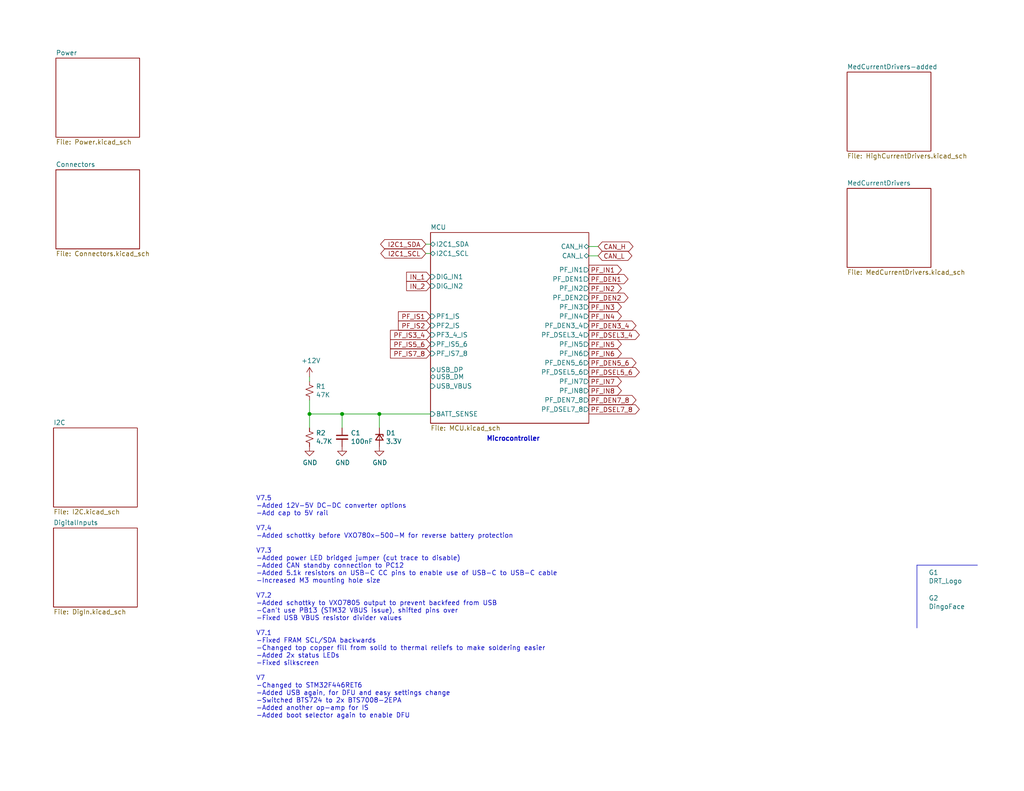
<source format=kicad_sch>
(kicad_sch (version 20250114) (generator "eeschema") (generator_version "9.0")
  (paper "USLetter")
  (title_block (title "dingoPDM") (date "2025-06-16") (rev "v7.5") (comment 3 "github.com/corygrant") (comment 4 "Cory Grant"))
  (lib_symbols
    (symbol "DRT_Logo:DRT_Logo" (pin_names (offset 1.016))
      (property "Reference" "G" (at 0 2.54 0))
      (property "Value" "DRT_Logo" (at 0 0 0))
    )
    (symbol "Device:C_Small" (pin_numbers (hide yes)) (pin_names (offset 0.254) (hide yes))
      (property "Reference" "C" (at 0.254 1.778 0))
      (property "Value" "C_Small" (at 0.254 -2.032 0))
      (symbol "C_Small_0_1"
        (polyline (pts (xy -1.524 0.508) (xy 1.524 0.508)) (stroke (width 0.3048)))
        (polyline (pts (xy -1.524 -0.508) (xy 1.524 -0.508)) (stroke (width 0.3302)))
      )
      (symbol "C_Small_1_1"
        (pin passive line (at 0 2.54 270) (length 2.032) (name "~") (number "1"))
        (pin passive line (at 0 -2.54 90) (length 2.032) (name "~") (number "2"))
      )
    )
    (symbol "Device:D_Zener_Small" (pin_numbers (hide yes)) (pin_names (offset 0.254) (hide yes))
      (property "Reference" "D" (at 0 2.286 0))
      (property "Value" "D_Zener_Small" (at 0 -2.286 0))
      (symbol "D_Zener_Small_0_1"
        (polyline (pts (xy -0.254 1.016) (xy -0.762 1.016) (xy -0.762 -1.016)) (stroke (width 0.254)))
        (polyline (pts (xy 0.762 1.016) (xy -0.762 0) (xy 0.762 -1.016) (xy 0.762 1.016)) (stroke (width 0.254)))
        (polyline (pts (xy 0.762 0) (xy -0.762 0)))
      )
      (symbol "D_Zener_Small_1_1"
        (pin passive line (at -2.54 0 0) (length 1.778) (name "K") (number "1"))
        (pin passive line (at 2.54 0 180) (length 1.778) (name "A") (number "2"))
      )
    )
    (symbol "Device:R_Small_US" (pin_numbers (hide yes)) (pin_names (offset 0.254) (hide yes))
      (property "Reference" "R" (at 0.762 0.508 0))
      (property "Value" "R_Small_US" (at 0.762 -1.016 0))
      (symbol "R_Small_US_1_1"
        (polyline (pts (xy 0 1.524) (xy 1.016 1.143) (xy 0 0.762) (xy -1.016 0.381) (xy 0 0)))
        (polyline (pts (xy 0 0) (xy 1.016 -0.381) (xy 0 -0.762) (xy -1.016 -1.143) (xy 0 -1.524)))
        (pin passive line (at 0 2.54 270) (length 1.016) (name "~") (number "1"))
        (pin passive line (at 0 -2.54 90) (length 1.016) (name "~") (number "2"))
      )
    )
    (symbol "power:+12V" (power) (pin_names (offset 0))
      (property "Value" "+12V" (at 0 3.556 0))
      (symbol "+12V_0_1"
        (polyline (pts (xy -0.762 1.27) (xy 0 2.54)))
        (polyline (pts (xy 0 2.54) (xy 0.762 1.27)))
        (polyline (pts (xy 0 0) (xy 0 2.54)))
      )
      (symbol "+12V_1_1"
        (pin power_in line (at 0 0 90) (length 0) (hide yes) (name "+12V") (number "1"))
      )
    )
    (symbol "power:GND" (power) (pin_names (offset 0))
      (property "Value" "GND" (at 0 -3.81 0))
      (symbol "GND_0_1"
        (polyline (pts (xy 0 0) (xy 0 -1.27) (xy 1.27 -1.27) (xy 0 -2.54) (xy -1.27 -1.27) (xy 0 -1.27)))
      )
      (symbol "GND_1_1"
        (pin power_in line (at 0 0 270) (length 0) (hide yes) (name "GND") (number "1"))
      )
    )
  )
  (text "Microcontroller" (at 132.715 120.65 0) (effects (font (size 1.27 1.27) (thickness 0.254) (bold yes)) (justify left bottom)))
  (text "V7.5 \n-Added 12V-5V DC-DC converter options\n-Add cap to 5V rail\n\nV7.4\n-Added schottky before VXO780x-500-M for reverse battery protection\n\nV7.3\n-Added power LED bridged jumper (cut trace to disable)\n-Added CAN standby connection to PC12\n-Added 5.1k resistors on USB-C CC pins to enable use of USB-C to USB-C cable\n-Increased M3 mounting hole size\n\nV7.2\n-Added schottky to VXO7805 output to prevent backfeed from USB\n-Can't use PB13 (STM32 VBUS issue), shifted pins over\n-Fixed USB VBUS resistor divider values\n\nV7.1\n-Fixed FRAM SCL/SDA backwards\n-Changed top copper fill from solid to thermal reliefs to make soldering easier\n-Added 2x status LEDs\n-Fixed silkscreen\n\nV7\n-Changed to STM32F446RET6\n-Added USB again, for DFU and easy settings change\n-Switched BTS724 to 2x BTS7008-2EPA\n-Added another op-amp for IS\n-Added boot selector again to enable DFU\n" (at 69.85 196.215 0) (effects (font (size 1.27 1.27)) (justify left bottom)))
  (junction (at 93.345 113.03))
  (junction (at 103.505 113.03))
  (junction (at 84.455 113.03))
  (wire (pts (xy 84.455 113.03) (xy 84.455 109.22)))
  (wire (pts (xy 84.455 102.87) (xy 84.455 104.14)))
  (wire (pts (xy 84.455 113.03) (xy 84.455 116.84)))
  (wire (pts (xy 93.345 113.03) (xy 84.455 113.03)))
  (wire (pts (xy 116.205 69.215) (xy 117.475 69.215)))
  (wire (pts (xy 93.345 116.84) (xy 93.345 113.03)))
  (wire (pts (xy 163.195 67.31) (xy 160.655 67.31)))
  (wire (pts (xy 103.505 116.84) (xy 103.505 113.03)))
  (polyline (pts (xy 250.19 154.305) (xy 266.7 154.305)))
  (wire (pts (xy 116.205 66.675) (xy 117.475 66.675)))
  (wire (pts (xy 117.475 113.03) (xy 103.505 113.03)))
  (polyline (pts (xy 250.19 171.45) (xy 250.19 154.305)))
  (wire (pts (xy 163.195 69.85) (xy 160.655 69.85)))
  (wire (pts (xy 103.505 113.03) (xy 93.345 113.03)))
  (global_label "PF_DEN5_6" (shape output) (at 160.655 99.06 0) (property "Intersheetrefs" "${INTERSHEET_REFS}" (effects (hide yes))))
  (global_label "PF_IN7" (shape output) (at 160.655 104.14 0) (property "Intersheetrefs" "${INTERSHEET_REFS}" (effects (hide yes))))
  (global_label "PF_IN3" (shape output) (at 160.655 83.82 0) (property "Intersheetrefs" "${INTERSHEET_REFS}" (effects (hide yes))))
  (global_label "PF_IN8" (shape output) (at 160.655 106.68 0) (property "Intersheetrefs" "${INTERSHEET_REFS}" (effects (hide yes))))
  (global_label "PF_DEN2" (shape output) (at 160.655 81.28 0) (property "Intersheetrefs" "${INTERSHEET_REFS}" (effects (hide yes))))
  (global_label "CAN_H" (shape bidirectional) (at 163.195 67.31 0) (property "Intersheetrefs" "${INTERSHEET_REFS}" (effects (hide yes))))
  (global_label "PF_IN5" (shape output) (at 160.655 93.98 0) (property "Intersheetrefs" "${INTERSHEET_REFS}" (effects (hide yes))))
  (global_label "PF_DSEL3_4" (shape output) (at 160.655 91.44 0) (property "Intersheetrefs" "${INTERSHEET_REFS}" (effects (hide yes))))
  (global_label "PF_DEN3_4" (shape output) (at 160.655 88.9 0) (property "Intersheetrefs" "${INTERSHEET_REFS}" (effects (hide yes))))
  (global_label "I2C1_SCL" (shape bidirectional) (at 116.205 69.215 180) (property "Intersheetrefs" "${INTERSHEET_REFS}" (effects (hide yes))))
  (global_label "PF_IS1" (shape input) (at 117.475 86.36 180) (property "Intersheetrefs" "${INTERSHEET_REFS}" (effects (hide yes))))
  (global_label "PF_IS5_6" (shape input) (at 117.475 93.98 180) (property "Intersheetrefs" "${INTERSHEET_REFS}" (effects (hide yes))))
  (global_label "PF_DEN1" (shape output) (at 160.655 76.2 0) (property "Intersheetrefs" "${INTERSHEET_REFS}" (effects (hide yes))))
  (global_label "PF_IS7_8" (shape input) (at 117.475 96.52 180) (property "Intersheetrefs" "${INTERSHEET_REFS}" (effects (hide yes))))
  (global_label "IN_1" (shape input) (at 117.475 75.565 180) (property "Intersheetrefs" "${INTERSHEET_REFS}" (effects (hide yes))))
  (global_label "IN_2" (shape input) (at 117.475 78.105 180) (property "Intersheetrefs" "${INTERSHEET_REFS}" (effects (hide yes))))
  (global_label "PF_DSEL5_6" (shape output) (at 160.655 101.6 0) (property "Intersheetrefs" "${INTERSHEET_REFS}" (effects (hide yes))))
  (global_label "I2C1_SDA" (shape bidirectional) (at 116.205 66.675 180) (property "Intersheetrefs" "${INTERSHEET_REFS}" (effects (hide yes))))
  (global_label "PF_IN4" (shape output) (at 160.655 86.36 0) (property "Intersheetrefs" "${INTERSHEET_REFS}" (effects (hide yes))))
  (global_label "PF_IS2" (shape input) (at 117.475 88.9 180) (property "Intersheetrefs" "${INTERSHEET_REFS}" (effects (hide yes))))
  (global_label "PF_IN1" (shape output) (at 160.655 73.66 0) (property "Intersheetrefs" "${INTERSHEET_REFS}" (effects (hide yes))))
  (global_label "PF_IN2" (shape output) (at 160.655 78.74 0) (property "Intersheetrefs" "${INTERSHEET_REFS}" (effects (hide yes))))
  (global_label "CAN_L" (shape bidirectional) (at 163.195 69.85 0) (property "Intersheetrefs" "${INTERSHEET_REFS}" (effects (hide yes))))
  (global_label "PF_IN6" (shape output) (at 160.655 96.52 0) (property "Intersheetrefs" "${INTERSHEET_REFS}" (effects (hide yes))))
  (global_label "PF_DEN7_8" (shape output) (at 160.655 109.22 0) (property "Intersheetrefs" "${INTERSHEET_REFS}" (effects (hide yes))))
  (global_label "PF_DSEL7_8" (shape output) (at 160.655 111.76 0) (property "Intersheetrefs" "${INTERSHEET_REFS}" (effects (hide yes))))
  (global_label "PF_IS3_4" (shape input) (at 117.475 91.44 180) (property "Intersheetrefs" "${INTERSHEET_REFS}" (effects (hide yes))))
  (symbol (lib_id "Device:R_Small_US") (at 84.455 106.68 0) (unit 1)
    (property "Reference" "R1" (at 86.1822 105.5116 0) (effects (justify left)))
    (property "Value" "47K" (at 86.1822 107.823 0) (effects (justify left)))
    (property "Footprint" "Resistor_SMD:R_0805_2012Metric" (effects (hide yes)))
    (property "Digi-Key_PN" "311-47.0KCRCT-ND" (effects (hide yes)))
    (property "LCSC" "C327035" (effects (hide yes)))
  )
  (symbol (lib_id "Device:R_Small_US") (at 84.455 119.38 0) (unit 1)
    (property "Reference" "R2" (at 86.1822 118.2116 0) (effects (justify left)))
    (property "Value" "4.7K" (at 86.1822 120.523 0) (effects (justify left)))
    (property "Footprint" "Resistor_SMD:R_0805_2012Metric" (effects (hide yes)))
    (property "Digi-Key_PN" "311-4.70KCRCT-ND" (effects (hide yes)))
    (property "LCSC" "C17673" (effects (hide yes)))
  )
  (symbol (lib_id "Device:D_Zener_Small") (at 103.505 119.38 270) (unit 1)
    (property "Reference" "D1" (at 105.283 118.2116 90) (effects (justify left)))
    (property "Value" "3.3V" (at 105.283 120.523 90) (effects (justify left)))
    (property "Footprint" "Diode_SMD:D_SOD-323_HandSoldering" (effects (hide yes)))
    (property "Digi-Key_PN" "1727-5150-1-ND" (effects (hide yes)))
    (property "LCSC" "C426855" (effects (hide yes)))
  )
  (symbol (lib_id "Device:C_Small") (at 93.345 119.38 0) (unit 1)
    (property "Reference" "C1" (at 95.6818 118.2116 0) (effects (justify left)))
    (property "Value" "100nF" (at 95.6818 120.523 0) (effects (justify left)))
    (property "Footprint" "Capacitor_SMD:C_0805_2012Metric" (effects (hide yes)))
    (property "Digi-Key_PN" "478-1395-1-ND" (effects (hide yes)))
    (property "LCSC" "C49678" (effects (hide yes)))
  )
  (symbol (lib_id "power:+12V") (at 84.455 102.87 0) (unit 1)
    (property "Reference" "#PWR01" (effects (hide yes)))
    (property "Value" "+12V" (at 84.836 98.4758 0))
  )
  (symbol (lib_id "power:GND") (at 84.455 121.92 0) (unit 1)
    (property "Reference" "#PWR02" (effects (hide yes)))
    (property "Value" "GND" (at 84.582 126.3142 0))
  )
  (symbol (lib_id "power:GND") (at 93.345 121.92 0) (unit 1)
    (property "Reference" "#PWR03" (effects (hide yes)))
    (property "Value" "GND" (at 93.472 126.3142 0))
  )
  (symbol (lib_id "power:GND") (at 103.505 121.92 0) (unit 1)
    (property "Reference" "#PWR04" (effects (hide yes)))
    (property "Value" "GND" (at 103.632 126.3142 0))
  )
  (symbol (lib_id "DRT_Logo:DRT_Logo") (at 252.73 157.48 0) (unit 1)
    (property "Reference" "G1" (at 253.365 156.3116 0) (effects (justify left)))
    (property "Value" "DRT_Logo" (at 253.365 158.623 0) (effects (justify left)))
    (property "Footprint" "DRTLogo:DRTLogo" (effects (hide yes)))
  )
  (symbol (lib_id "DRT_Logo:DRT_Logo") (at 252.73 164.465 0) (unit 1)
    (property "Reference" "G2" (at 253.365 163.2966 0) (effects (justify left)))
    (property "Value" "DingoFace" (at 253.365 165.608 0) (effects (justify left)))
    (property "Footprint" "DRTLogo:DingoFaceNoFill" (effects (hide yes)))
  )
  (sheet (at 117.475 63.5) (size 43.18 52.07)
    (property "Sheetname" "MCU" (at 117.475 62.7884 0) (effects (justify left bottom)))
    (property "Sheetfile" "MCU.kicad_sch" (at 117.475 116.1546 0) (effects (justify left top)))
    (pin "CAN_H" bidirectional (at 160.655 67.31 0))
    (pin "CAN_L" bidirectional (at 160.655 69.85 0))
    (pin "BATT_SENSE" input (at 117.475 113.03 180))
    (pin "I2C1_SDA" bidirectional (at 117.475 66.675 180))
    (pin "I2C1_SCL" bidirectional (at 117.475 69.215 180))
    (pin "DIG_IN1" input (at 117.475 75.565 180))
    (pin "PF_IN5" output (at 160.655 93.98 0))
    (pin "PF_IN6" output (at 160.655 96.52 0))
    (pin "PF_IN3" output (at 160.655 83.82 0))
    (pin "PF_IN4" output (at 160.655 86.36 0))
    (pin "PF2_IS" input (at 117.475 88.9 180))
    (pin "PF1_IS" input (at 117.475 86.36 180))
    (pin "PF3_4_IS" input (at 117.475 91.44 180))
    (pin "PF_DEN2" output (at 160.655 81.28 0))
    (pin "PF_DEN3_4" output (at 160.655 88.9 0))
    (pin "PF_DSEL3_4" output (at 160.655 91.44 0))
    (pin "PF_IN1" output (at 160.655 73.66 0))
    (pin "PF_IN2" output (at 160.655 78.74 0))
    (pin "PF_DEN1" output (at 160.655 76.2 0))
    (pin "PF_IN8" output (at 160.655 106.68 0))
    (pin "DIG_IN2" input (at 117.475 78.105 180))
    (pin "PF_IN7" output (at 160.655 104.14 0))
    (pin "PF_DEN5_6" output (at 160.655 99.06 0))
    (pin "PF_IS5_6" input (at 117.475 93.98 180))
    (pin "PF_IS7_8" input (at 117.475 96.52 180))
    (pin "PF_DSEL7_8" output (at 160.655 111.76 0))
    (pin "PF_DEN7_8" output (at 160.655 109.22 0))
    (pin "PF_DSEL5_6" output (at 160.655 101.6 0))
    (pin "USB_DM" bidirectional (at 117.475 102.87 180))
    (pin "USB_DP" bidirectional (at 117.475 100.965 180))
    (pin "USB_VBUS" input (at 117.475 105.41 180))
  )
  (sheet (at 231.14 19.685) (size 22.86 21.59)
    (property "Sheetname" "MedCurrentDrivers-added" (at 231.14 18.9734 0) (effects (justify left bottom)))
    (property "Sheetfile" "HighCurrentDrivers.kicad_sch" (at 231.14 41.8596 0) (effects (justify left top)))
  )
  (sheet (at 231.14 51.435) (size 22.86 21.59)
    (property "Sheetname" "MedCurrentDrivers" (at 231.14 50.7234 0) (effects (justify left bottom)))
    (property "Sheetfile" "MedCurrentDrivers.kicad_sch" (at 231.14 73.6096 0) (effects (justify left top)))
  )
  (sheet (at 15.24 46.355) (size 22.86 21.59)
    (property "Sheetname" "Connectors" (at 15.24 45.6434 0) (effects (justify left bottom)))
    (property "Sheetfile" "Connectors.kicad_sch" (at 15.24 68.5296 0) (effects (justify left top)))
  )
  (sheet (at 14.605 116.84) (size 22.86 21.59)
    (property "Sheetname" "I2C" (at 14.605 116.1284 0) (effects (justify left bottom)))
    (property "Sheetfile" "I2C.kicad_sch" (at 14.605 139.0146 0) (effects (justify left top)))
  )
  (sheet (at 15.24 15.875) (size 22.86 21.59)
    (property "Sheetname" "Power" (at 15.24 15.1634 0) (effects (justify left bottom)))
    (property "Sheetfile" "Power.kicad_sch" (at 15.24 38.0496 0) (effects (justify left top)))
  )
  (sheet (at 14.605 144.145) (size 22.86 21.59)
    (property "Sheetname" "DigitalInputs" (at 14.605 143.4334 0) (effects (justify left bottom)))
    (property "Sheetfile" "DigIn.kicad_sch" (at 14.605 166.3196 0) (effects (justify left top)))
  )
)
</source>
